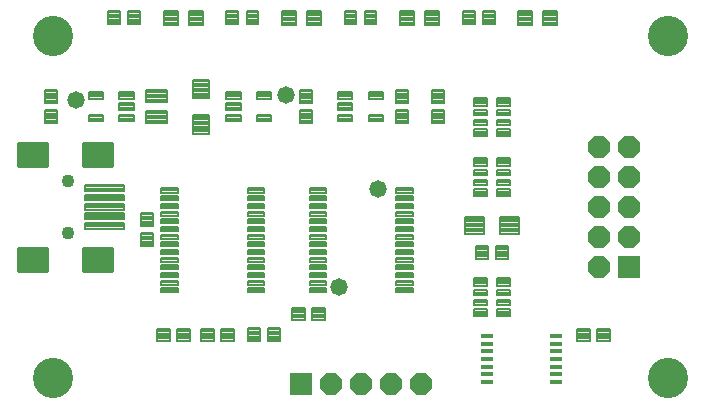
<source format=gts>
G75*
G70*
%OFA0B0*%
%FSLAX24Y24*%
%IPPOS*%
%LPD*%
%AMOC8*
5,1,8,0,0,1.08239X$1,22.5*
%
%ADD10C,0.0081*%
%ADD11C,0.0083*%
%ADD12C,0.0082*%
%ADD13C,0.0082*%
%ADD14R,0.0394X0.0177*%
%ADD15C,0.0087*%
%ADD16C,0.0080*%
%ADD17C,0.0434*%
%ADD18C,0.0081*%
%ADD19C,0.0082*%
%ADD20R,0.0720X0.0720*%
%ADD21OC8,0.0720*%
%ADD22C,0.0080*%
%ADD23C,0.1340*%
%ADD24C,0.0580*%
D10*
X009431Y007830D02*
X009863Y007830D01*
X009863Y007436D01*
X009431Y007436D01*
X009431Y007830D01*
X009431Y007516D02*
X009863Y007516D01*
X009863Y007596D02*
X009431Y007596D01*
X009431Y007676D02*
X009863Y007676D01*
X009863Y007756D02*
X009431Y007756D01*
X010101Y007830D02*
X010533Y007830D01*
X010533Y007436D01*
X010101Y007436D01*
X010101Y007830D01*
X010101Y007516D02*
X010533Y007516D01*
X010533Y007596D02*
X010101Y007596D01*
X010101Y007676D02*
X010533Y007676D01*
X010533Y007756D02*
X010101Y007756D01*
X010881Y007830D02*
X011313Y007830D01*
X011313Y007436D01*
X010881Y007436D01*
X010881Y007830D01*
X010881Y007516D02*
X011313Y007516D01*
X011313Y007596D02*
X010881Y007596D01*
X010881Y007676D02*
X011313Y007676D01*
X011313Y007756D02*
X010881Y007756D01*
X011551Y007830D02*
X011983Y007830D01*
X011983Y007436D01*
X011551Y007436D01*
X011551Y007830D01*
X011551Y007516D02*
X011983Y007516D01*
X011983Y007596D02*
X011551Y007596D01*
X011551Y007676D02*
X011983Y007676D01*
X011983Y007756D02*
X011551Y007756D01*
X012450Y007849D02*
X012844Y007849D01*
X012844Y007417D01*
X012450Y007417D01*
X012450Y007849D01*
X012450Y007497D02*
X012844Y007497D01*
X012844Y007577D02*
X012450Y007577D01*
X012450Y007657D02*
X012844Y007657D01*
X012844Y007737D02*
X012450Y007737D01*
X012450Y007817D02*
X012844Y007817D01*
X013120Y007849D02*
X013514Y007849D01*
X013514Y007417D01*
X013120Y007417D01*
X013120Y007849D01*
X013120Y007497D02*
X013514Y007497D01*
X013514Y007577D02*
X013120Y007577D01*
X013120Y007657D02*
X013514Y007657D01*
X013514Y007737D02*
X013120Y007737D01*
X013120Y007817D02*
X013514Y007817D01*
X013931Y008538D02*
X014363Y008538D01*
X014363Y008144D01*
X013931Y008144D01*
X013931Y008538D01*
X013931Y008224D02*
X014363Y008224D01*
X014363Y008304D02*
X013931Y008304D01*
X013931Y008384D02*
X014363Y008384D01*
X014363Y008464D02*
X013931Y008464D01*
X014601Y008538D02*
X015033Y008538D01*
X015033Y008144D01*
X014601Y008144D01*
X014601Y008538D01*
X014601Y008224D02*
X015033Y008224D01*
X015033Y008304D02*
X014601Y008304D01*
X014601Y008384D02*
X015033Y008384D01*
X015033Y008464D02*
X014601Y008464D01*
X008885Y010582D02*
X008885Y011014D01*
X009279Y011014D01*
X009279Y010582D01*
X008885Y010582D01*
X008885Y010662D02*
X009279Y010662D01*
X009279Y010742D02*
X008885Y010742D01*
X008885Y010822D02*
X009279Y010822D01*
X009279Y010902D02*
X008885Y010902D01*
X008885Y010982D02*
X009279Y010982D01*
X008885Y011251D02*
X008885Y011683D01*
X009279Y011683D01*
X009279Y011251D01*
X008885Y011251D01*
X008885Y011331D02*
X009279Y011331D01*
X009279Y011411D02*
X008885Y011411D01*
X008885Y011491D02*
X009279Y011491D01*
X009279Y011571D02*
X008885Y011571D01*
X008885Y011651D02*
X009279Y011651D01*
X005697Y014690D02*
X005697Y015122D01*
X006091Y015122D01*
X006091Y014690D01*
X005697Y014690D01*
X005697Y014770D02*
X006091Y014770D01*
X006091Y014850D02*
X005697Y014850D01*
X005697Y014930D02*
X006091Y014930D01*
X006091Y015010D02*
X005697Y015010D01*
X005697Y015090D02*
X006091Y015090D01*
X005697Y015360D02*
X005697Y015792D01*
X006091Y015792D01*
X006091Y015360D01*
X005697Y015360D01*
X005697Y015440D02*
X006091Y015440D01*
X006091Y015520D02*
X005697Y015520D01*
X005697Y015600D02*
X006091Y015600D01*
X006091Y015680D02*
X005697Y015680D01*
X005697Y015760D02*
X006091Y015760D01*
X007800Y018415D02*
X008194Y018415D01*
X008194Y017983D01*
X007800Y017983D01*
X007800Y018415D01*
X007800Y018063D02*
X008194Y018063D01*
X008194Y018143D02*
X007800Y018143D01*
X007800Y018223D02*
X008194Y018223D01*
X008194Y018303D02*
X007800Y018303D01*
X007800Y018383D02*
X008194Y018383D01*
X008469Y018415D02*
X008863Y018415D01*
X008863Y017983D01*
X008469Y017983D01*
X008469Y018415D01*
X008469Y018063D02*
X008863Y018063D01*
X008863Y018143D02*
X008469Y018143D01*
X008469Y018223D02*
X008863Y018223D01*
X008863Y018303D02*
X008469Y018303D01*
X008469Y018383D02*
X008863Y018383D01*
X011737Y018415D02*
X012131Y018415D01*
X012131Y017983D01*
X011737Y017983D01*
X011737Y018415D01*
X011737Y018063D02*
X012131Y018063D01*
X012131Y018143D02*
X011737Y018143D01*
X011737Y018223D02*
X012131Y018223D01*
X012131Y018303D02*
X011737Y018303D01*
X011737Y018383D02*
X012131Y018383D01*
X012406Y018415D02*
X012800Y018415D01*
X012800Y017983D01*
X012406Y017983D01*
X012406Y018415D01*
X012406Y018063D02*
X012800Y018063D01*
X012800Y018143D02*
X012406Y018143D01*
X012406Y018223D02*
X012800Y018223D01*
X012800Y018303D02*
X012406Y018303D01*
X012406Y018383D02*
X012800Y018383D01*
X015674Y018415D02*
X016068Y018415D01*
X016068Y017983D01*
X015674Y017983D01*
X015674Y018415D01*
X015674Y018063D02*
X016068Y018063D01*
X016068Y018143D02*
X015674Y018143D01*
X015674Y018223D02*
X016068Y018223D01*
X016068Y018303D02*
X015674Y018303D01*
X015674Y018383D02*
X016068Y018383D01*
X016343Y018415D02*
X016737Y018415D01*
X016737Y017983D01*
X016343Y017983D01*
X016343Y018415D01*
X016343Y018063D02*
X016737Y018063D01*
X016737Y018143D02*
X016343Y018143D01*
X016343Y018223D02*
X016737Y018223D01*
X016737Y018303D02*
X016343Y018303D01*
X016343Y018383D02*
X016737Y018383D01*
X019611Y018415D02*
X020005Y018415D01*
X020005Y017983D01*
X019611Y017983D01*
X019611Y018415D01*
X019611Y018063D02*
X020005Y018063D01*
X020005Y018143D02*
X019611Y018143D01*
X019611Y018223D02*
X020005Y018223D01*
X020005Y018303D02*
X019611Y018303D01*
X019611Y018383D02*
X020005Y018383D01*
X020280Y018415D02*
X020674Y018415D01*
X020674Y017983D01*
X020280Y017983D01*
X020280Y018415D01*
X020280Y018063D02*
X020674Y018063D01*
X020674Y018143D02*
X020280Y018143D01*
X020280Y018223D02*
X020674Y018223D01*
X020674Y018303D02*
X020280Y018303D01*
X020280Y018383D02*
X020674Y018383D01*
X018979Y015792D02*
X018979Y015360D01*
X018585Y015360D01*
X018585Y015792D01*
X018979Y015792D01*
X018979Y015440D02*
X018585Y015440D01*
X018585Y015520D02*
X018979Y015520D01*
X018979Y015600D02*
X018585Y015600D01*
X018585Y015680D02*
X018979Y015680D01*
X018979Y015760D02*
X018585Y015760D01*
X017385Y015792D02*
X017385Y015360D01*
X017385Y015792D02*
X017779Y015792D01*
X017779Y015360D01*
X017385Y015360D01*
X017385Y015440D02*
X017779Y015440D01*
X017779Y015520D02*
X017385Y015520D01*
X017385Y015600D02*
X017779Y015600D01*
X017779Y015680D02*
X017385Y015680D01*
X017385Y015760D02*
X017779Y015760D01*
X017385Y015122D02*
X017385Y014690D01*
X017385Y015122D02*
X017779Y015122D01*
X017779Y014690D01*
X017385Y014690D01*
X017385Y014770D02*
X017779Y014770D01*
X017779Y014850D02*
X017385Y014850D01*
X017385Y014930D02*
X017779Y014930D01*
X017779Y015010D02*
X017385Y015010D01*
X017385Y015090D02*
X017779Y015090D01*
X018979Y015122D02*
X018979Y014690D01*
X018585Y014690D01*
X018585Y015122D01*
X018979Y015122D01*
X018979Y014770D02*
X018585Y014770D01*
X018585Y014850D02*
X018979Y014850D01*
X018979Y014930D02*
X018585Y014930D01*
X018585Y015010D02*
X018979Y015010D01*
X018979Y015090D02*
X018585Y015090D01*
X014197Y015122D02*
X014197Y014690D01*
X014197Y015122D02*
X014591Y015122D01*
X014591Y014690D01*
X014197Y014690D01*
X014197Y014770D02*
X014591Y014770D01*
X014591Y014850D02*
X014197Y014850D01*
X014197Y014930D02*
X014591Y014930D01*
X014591Y015010D02*
X014197Y015010D01*
X014197Y015090D02*
X014591Y015090D01*
X014197Y015360D02*
X014197Y015792D01*
X014591Y015792D01*
X014591Y015360D01*
X014197Y015360D01*
X014197Y015440D02*
X014591Y015440D01*
X014591Y015520D02*
X014197Y015520D01*
X014197Y015600D02*
X014591Y015600D01*
X014591Y015680D02*
X014197Y015680D01*
X014197Y015760D02*
X014591Y015760D01*
X020050Y010599D02*
X020444Y010599D01*
X020444Y010167D01*
X020050Y010167D01*
X020050Y010599D01*
X020050Y010247D02*
X020444Y010247D01*
X020444Y010327D02*
X020050Y010327D01*
X020050Y010407D02*
X020444Y010407D01*
X020444Y010487D02*
X020050Y010487D01*
X020050Y010567D02*
X020444Y010567D01*
X020720Y010599D02*
X021114Y010599D01*
X021114Y010167D01*
X020720Y010167D01*
X020720Y010599D01*
X020720Y010247D02*
X021114Y010247D01*
X021114Y010327D02*
X020720Y010327D01*
X020720Y010407D02*
X021114Y010407D01*
X021114Y010487D02*
X020720Y010487D01*
X020720Y010567D02*
X021114Y010567D01*
X023431Y007436D02*
X023863Y007436D01*
X023431Y007436D02*
X023431Y007830D01*
X023863Y007830D01*
X023863Y007436D01*
X023863Y007516D02*
X023431Y007516D01*
X023431Y007596D02*
X023863Y007596D01*
X023863Y007676D02*
X023431Y007676D01*
X023431Y007756D02*
X023863Y007756D01*
X024101Y007436D02*
X024533Y007436D01*
X024101Y007436D02*
X024101Y007830D01*
X024533Y007830D01*
X024533Y007436D01*
X024533Y007516D02*
X024101Y007516D01*
X024101Y007596D02*
X024533Y007596D01*
X024533Y007676D02*
X024101Y007676D01*
X024101Y007756D02*
X024533Y007756D01*
D11*
X022289Y017964D02*
X022289Y018434D01*
X022759Y018434D01*
X022759Y017964D01*
X022289Y017964D01*
X022289Y018046D02*
X022759Y018046D01*
X022759Y018128D02*
X022289Y018128D01*
X022289Y018210D02*
X022759Y018210D01*
X022759Y018292D02*
X022289Y018292D01*
X022289Y018374D02*
X022759Y018374D01*
X021462Y018434D02*
X021462Y017964D01*
X021462Y018434D02*
X021932Y018434D01*
X021932Y017964D01*
X021462Y017964D01*
X021462Y018046D02*
X021932Y018046D01*
X021932Y018128D02*
X021462Y018128D01*
X021462Y018210D02*
X021932Y018210D01*
X021932Y018292D02*
X021462Y018292D01*
X021462Y018374D02*
X021932Y018374D01*
X018352Y018434D02*
X018352Y017964D01*
X018352Y018434D02*
X018822Y018434D01*
X018822Y017964D01*
X018352Y017964D01*
X018352Y018046D02*
X018822Y018046D01*
X018822Y018128D02*
X018352Y018128D01*
X018352Y018210D02*
X018822Y018210D01*
X018822Y018292D02*
X018352Y018292D01*
X018352Y018374D02*
X018822Y018374D01*
X017525Y018434D02*
X017525Y017964D01*
X017525Y018434D02*
X017995Y018434D01*
X017995Y017964D01*
X017525Y017964D01*
X017525Y018046D02*
X017995Y018046D01*
X017995Y018128D02*
X017525Y018128D01*
X017525Y018210D02*
X017995Y018210D01*
X017995Y018292D02*
X017525Y018292D01*
X017525Y018374D02*
X017995Y018374D01*
X014415Y018434D02*
X014415Y017964D01*
X014415Y018434D02*
X014885Y018434D01*
X014885Y017964D01*
X014415Y017964D01*
X014415Y018046D02*
X014885Y018046D01*
X014885Y018128D02*
X014415Y018128D01*
X014415Y018210D02*
X014885Y018210D01*
X014885Y018292D02*
X014415Y018292D01*
X014415Y018374D02*
X014885Y018374D01*
X013588Y018434D02*
X013588Y017964D01*
X013588Y018434D02*
X014058Y018434D01*
X014058Y017964D01*
X013588Y017964D01*
X013588Y018046D02*
X014058Y018046D01*
X014058Y018128D02*
X013588Y018128D01*
X013588Y018210D02*
X014058Y018210D01*
X014058Y018292D02*
X013588Y018292D01*
X013588Y018374D02*
X014058Y018374D01*
X010478Y018434D02*
X010478Y017964D01*
X010478Y018434D02*
X010948Y018434D01*
X010948Y017964D01*
X010478Y017964D01*
X010478Y018046D02*
X010948Y018046D01*
X010948Y018128D02*
X010478Y018128D01*
X010478Y018210D02*
X010948Y018210D01*
X010948Y018292D02*
X010478Y018292D01*
X010478Y018374D02*
X010948Y018374D01*
X009651Y018434D02*
X009651Y017964D01*
X009651Y018434D02*
X010121Y018434D01*
X010121Y017964D01*
X009651Y017964D01*
X009651Y018046D02*
X010121Y018046D01*
X010121Y018128D02*
X009651Y018128D01*
X009651Y018210D02*
X010121Y018210D01*
X010121Y018292D02*
X009651Y018292D01*
X009651Y018374D02*
X010121Y018374D01*
D12*
X010620Y016146D02*
X010620Y015518D01*
X010620Y016146D02*
X011168Y016146D01*
X011168Y015518D01*
X010620Y015518D01*
X010620Y015599D02*
X011168Y015599D01*
X011168Y015680D02*
X010620Y015680D01*
X010620Y015761D02*
X011168Y015761D01*
X011168Y015842D02*
X010620Y015842D01*
X010620Y015923D02*
X011168Y015923D01*
X011168Y016004D02*
X010620Y016004D01*
X010620Y016085D02*
X011168Y016085D01*
X011168Y014965D02*
X011168Y014337D01*
X010620Y014337D01*
X010620Y014965D01*
X011168Y014965D01*
X011168Y014418D02*
X010620Y014418D01*
X010620Y014499D02*
X011168Y014499D01*
X011168Y014580D02*
X010620Y014580D01*
X010620Y014661D02*
X011168Y014661D01*
X011168Y014742D02*
X010620Y014742D01*
X010620Y014823D02*
X011168Y014823D01*
X011168Y014904D02*
X010620Y014904D01*
X019678Y011009D02*
X020306Y011009D01*
X019678Y011009D02*
X019678Y011557D01*
X020306Y011557D01*
X020306Y011009D01*
X020306Y011090D02*
X019678Y011090D01*
X019678Y011171D02*
X020306Y011171D01*
X020306Y011252D02*
X019678Y011252D01*
X019678Y011333D02*
X020306Y011333D01*
X020306Y011414D02*
X019678Y011414D01*
X019678Y011495D02*
X020306Y011495D01*
X020859Y011557D02*
X021487Y011557D01*
X021487Y011009D01*
X020859Y011009D01*
X020859Y011557D01*
X020859Y011090D02*
X021487Y011090D01*
X021487Y011171D02*
X020859Y011171D01*
X020859Y011252D02*
X021487Y011252D01*
X021487Y011333D02*
X020859Y011333D01*
X020859Y011414D02*
X021487Y011414D01*
X021487Y011495D02*
X020859Y011495D01*
D13*
X009743Y014691D02*
X009045Y014691D01*
X009045Y015091D01*
X009743Y015091D01*
X009743Y014691D01*
X009743Y014772D02*
X009045Y014772D01*
X009045Y014853D02*
X009743Y014853D01*
X009743Y014934D02*
X009045Y014934D01*
X009045Y015015D02*
X009743Y015015D01*
X009743Y015391D02*
X009045Y015391D01*
X009045Y015791D01*
X009743Y015791D01*
X009743Y015391D01*
X009743Y015472D02*
X009045Y015472D01*
X009045Y015553D02*
X009743Y015553D01*
X009743Y015634D02*
X009045Y015634D01*
X009045Y015715D02*
X009743Y015715D01*
D14*
X020431Y007600D03*
X020431Y007344D03*
X020431Y007089D03*
X020431Y006833D03*
X020431Y006577D03*
X020431Y006321D03*
X020431Y006065D03*
X022734Y006065D03*
X022734Y006321D03*
X022734Y006577D03*
X022734Y006833D03*
X022734Y007089D03*
X022734Y007344D03*
X022734Y007600D03*
D15*
X006957Y009758D02*
X006957Y010538D01*
X007935Y010538D01*
X007935Y009758D01*
X006957Y009758D01*
X006957Y009844D02*
X007935Y009844D01*
X007935Y009930D02*
X006957Y009930D01*
X006957Y010016D02*
X007935Y010016D01*
X007935Y010102D02*
X006957Y010102D01*
X006957Y010188D02*
X007935Y010188D01*
X007935Y010274D02*
X006957Y010274D01*
X006957Y010360D02*
X007935Y010360D01*
X007935Y010446D02*
X006957Y010446D01*
X006957Y010532D02*
X007935Y010532D01*
X004791Y010538D02*
X004791Y009758D01*
X004791Y010538D02*
X005769Y010538D01*
X005769Y009758D01*
X004791Y009758D01*
X004791Y009844D02*
X005769Y009844D01*
X005769Y009930D02*
X004791Y009930D01*
X004791Y010016D02*
X005769Y010016D01*
X005769Y010102D02*
X004791Y010102D01*
X004791Y010188D02*
X005769Y010188D01*
X005769Y010274D02*
X004791Y010274D01*
X004791Y010360D02*
X005769Y010360D01*
X005769Y010446D02*
X004791Y010446D01*
X004791Y010532D02*
X005769Y010532D01*
X004791Y013261D02*
X004791Y014041D01*
X005769Y014041D01*
X005769Y013261D01*
X004791Y013261D01*
X004791Y013347D02*
X005769Y013347D01*
X005769Y013433D02*
X004791Y013433D01*
X004791Y013519D02*
X005769Y013519D01*
X005769Y013605D02*
X004791Y013605D01*
X004791Y013691D02*
X005769Y013691D01*
X005769Y013777D02*
X004791Y013777D01*
X004791Y013863D02*
X005769Y013863D01*
X005769Y013949D02*
X004791Y013949D01*
X004791Y014035D02*
X005769Y014035D01*
X006957Y014041D02*
X006957Y013261D01*
X006957Y014041D02*
X007935Y014041D01*
X007935Y013261D01*
X006957Y013261D01*
X006957Y013347D02*
X007935Y013347D01*
X007935Y013433D02*
X006957Y013433D01*
X006957Y013519D02*
X007935Y013519D01*
X007935Y013605D02*
X006957Y013605D01*
X006957Y013691D02*
X007935Y013691D01*
X007935Y013777D02*
X006957Y013777D01*
X006957Y013863D02*
X007935Y013863D01*
X007935Y013949D02*
X006957Y013949D01*
X006957Y014035D02*
X007935Y014035D01*
D16*
X007033Y012627D02*
X007033Y012431D01*
X007033Y012627D02*
X008331Y012627D01*
X008331Y012431D01*
X007033Y012431D01*
X007033Y012510D02*
X008331Y012510D01*
X008331Y012589D02*
X007033Y012589D01*
X007033Y012312D02*
X007033Y012116D01*
X007033Y012312D02*
X008331Y012312D01*
X008331Y012116D01*
X007033Y012116D01*
X007033Y012195D02*
X008331Y012195D01*
X008331Y012274D02*
X007033Y012274D01*
X007033Y011998D02*
X007033Y011802D01*
X007033Y011998D02*
X008331Y011998D01*
X008331Y011802D01*
X007033Y011802D01*
X007033Y011881D02*
X008331Y011881D01*
X008331Y011960D02*
X007033Y011960D01*
X007033Y011683D02*
X007033Y011487D01*
X007033Y011683D02*
X008331Y011683D01*
X008331Y011487D01*
X007033Y011487D01*
X007033Y011566D02*
X008331Y011566D01*
X008331Y011645D02*
X007033Y011645D01*
X007033Y011368D02*
X007033Y011172D01*
X007033Y011368D02*
X008331Y011368D01*
X008331Y011172D01*
X007033Y011172D01*
X007033Y011251D02*
X008331Y011251D01*
X008331Y011330D02*
X007033Y011330D01*
X010118Y011354D02*
X010118Y011490D01*
X010118Y011354D02*
X009568Y011354D01*
X009568Y011490D01*
X010118Y011490D01*
X010118Y011433D02*
X009568Y011433D01*
X010118Y011610D02*
X010118Y011746D01*
X010118Y011610D02*
X009568Y011610D01*
X009568Y011746D01*
X010118Y011746D01*
X010118Y011689D02*
X009568Y011689D01*
X010118Y011866D02*
X010118Y012002D01*
X010118Y011866D02*
X009568Y011866D01*
X009568Y012002D01*
X010118Y012002D01*
X010118Y011945D02*
X009568Y011945D01*
X010118Y012122D02*
X010118Y012258D01*
X010118Y012122D02*
X009568Y012122D01*
X009568Y012258D01*
X010118Y012258D01*
X010118Y012201D02*
X009568Y012201D01*
X010118Y012378D02*
X010118Y012514D01*
X010118Y012378D02*
X009568Y012378D01*
X009568Y012514D01*
X010118Y012514D01*
X010118Y012457D02*
X009568Y012457D01*
X010118Y011234D02*
X010118Y011098D01*
X009568Y011098D01*
X009568Y011234D01*
X010118Y011234D01*
X010118Y011177D02*
X009568Y011177D01*
X010118Y010979D02*
X010118Y010843D01*
X009568Y010843D01*
X009568Y010979D01*
X010118Y010979D01*
X010118Y010922D02*
X009568Y010922D01*
X010118Y010723D02*
X010118Y010587D01*
X009568Y010587D01*
X009568Y010723D01*
X010118Y010723D01*
X010118Y010666D02*
X009568Y010666D01*
X010118Y010467D02*
X010118Y010331D01*
X009568Y010331D01*
X009568Y010467D01*
X010118Y010467D01*
X010118Y010410D02*
X009568Y010410D01*
X010118Y010211D02*
X010118Y010075D01*
X009568Y010075D01*
X009568Y010211D01*
X010118Y010211D01*
X010118Y010154D02*
X009568Y010154D01*
X010118Y009955D02*
X010118Y009819D01*
X009568Y009819D01*
X009568Y009955D01*
X010118Y009955D01*
X010118Y009898D02*
X009568Y009898D01*
X010118Y009699D02*
X010118Y009563D01*
X009568Y009563D01*
X009568Y009699D01*
X010118Y009699D01*
X010118Y009642D02*
X009568Y009642D01*
X010118Y009443D02*
X010118Y009307D01*
X009568Y009307D01*
X009568Y009443D01*
X010118Y009443D01*
X010118Y009386D02*
X009568Y009386D01*
X010118Y009187D02*
X010118Y009051D01*
X009568Y009051D01*
X009568Y009187D01*
X010118Y009187D01*
X010118Y009130D02*
X009568Y009130D01*
X012996Y009187D02*
X012996Y009051D01*
X012446Y009051D01*
X012446Y009187D01*
X012996Y009187D01*
X012996Y009130D02*
X012446Y009130D01*
X012996Y009307D02*
X012996Y009443D01*
X012996Y009307D02*
X012446Y009307D01*
X012446Y009443D01*
X012996Y009443D01*
X012996Y009386D02*
X012446Y009386D01*
X012996Y009563D02*
X012996Y009699D01*
X012996Y009563D02*
X012446Y009563D01*
X012446Y009699D01*
X012996Y009699D01*
X012996Y009642D02*
X012446Y009642D01*
X012996Y009819D02*
X012996Y009955D01*
X012996Y009819D02*
X012446Y009819D01*
X012446Y009955D01*
X012996Y009955D01*
X012996Y009898D02*
X012446Y009898D01*
X012996Y010075D02*
X012996Y010211D01*
X012996Y010075D02*
X012446Y010075D01*
X012446Y010211D01*
X012996Y010211D01*
X012996Y010154D02*
X012446Y010154D01*
X012996Y010331D02*
X012996Y010467D01*
X012996Y010331D02*
X012446Y010331D01*
X012446Y010467D01*
X012996Y010467D01*
X012996Y010410D02*
X012446Y010410D01*
X012996Y010587D02*
X012996Y010723D01*
X012996Y010587D02*
X012446Y010587D01*
X012446Y010723D01*
X012996Y010723D01*
X012996Y010666D02*
X012446Y010666D01*
X012996Y010843D02*
X012996Y010979D01*
X012996Y010843D02*
X012446Y010843D01*
X012446Y010979D01*
X012996Y010979D01*
X012996Y010922D02*
X012446Y010922D01*
X012996Y011098D02*
X012996Y011234D01*
X012996Y011098D02*
X012446Y011098D01*
X012446Y011234D01*
X012996Y011234D01*
X012996Y011177D02*
X012446Y011177D01*
X012996Y011354D02*
X012996Y011490D01*
X012996Y011354D02*
X012446Y011354D01*
X012446Y011490D01*
X012996Y011490D01*
X012996Y011433D02*
X012446Y011433D01*
X012996Y011610D02*
X012996Y011746D01*
X012996Y011610D02*
X012446Y011610D01*
X012446Y011746D01*
X012996Y011746D01*
X012996Y011689D02*
X012446Y011689D01*
X012996Y011866D02*
X012996Y012002D01*
X012996Y011866D02*
X012446Y011866D01*
X012446Y012002D01*
X012996Y012002D01*
X012996Y011945D02*
X012446Y011945D01*
X012996Y012122D02*
X012996Y012258D01*
X012996Y012122D02*
X012446Y012122D01*
X012446Y012258D01*
X012996Y012258D01*
X012996Y012201D02*
X012446Y012201D01*
X012996Y012378D02*
X012996Y012514D01*
X012996Y012378D02*
X012446Y012378D01*
X012446Y012514D01*
X012996Y012514D01*
X012996Y012457D02*
X012446Y012457D01*
X014518Y012514D02*
X014518Y012378D01*
X014518Y012514D02*
X015068Y012514D01*
X015068Y012378D01*
X014518Y012378D01*
X014518Y012457D02*
X015068Y012457D01*
X014518Y012258D02*
X014518Y012122D01*
X014518Y012258D02*
X015068Y012258D01*
X015068Y012122D01*
X014518Y012122D01*
X014518Y012201D02*
X015068Y012201D01*
X014518Y012002D02*
X014518Y011866D01*
X014518Y012002D02*
X015068Y012002D01*
X015068Y011866D01*
X014518Y011866D01*
X014518Y011945D02*
X015068Y011945D01*
X014518Y011746D02*
X014518Y011610D01*
X014518Y011746D02*
X015068Y011746D01*
X015068Y011610D01*
X014518Y011610D01*
X014518Y011689D02*
X015068Y011689D01*
X014518Y011490D02*
X014518Y011354D01*
X014518Y011490D02*
X015068Y011490D01*
X015068Y011354D01*
X014518Y011354D01*
X014518Y011433D02*
X015068Y011433D01*
X014518Y011234D02*
X014518Y011098D01*
X014518Y011234D02*
X015068Y011234D01*
X015068Y011098D01*
X014518Y011098D01*
X014518Y011177D02*
X015068Y011177D01*
X014518Y010979D02*
X014518Y010843D01*
X014518Y010979D02*
X015068Y010979D01*
X015068Y010843D01*
X014518Y010843D01*
X014518Y010922D02*
X015068Y010922D01*
X014518Y010723D02*
X014518Y010587D01*
X014518Y010723D02*
X015068Y010723D01*
X015068Y010587D01*
X014518Y010587D01*
X014518Y010666D02*
X015068Y010666D01*
X014518Y010467D02*
X014518Y010331D01*
X014518Y010467D02*
X015068Y010467D01*
X015068Y010331D01*
X014518Y010331D01*
X014518Y010410D02*
X015068Y010410D01*
X014518Y010211D02*
X014518Y010075D01*
X014518Y010211D02*
X015068Y010211D01*
X015068Y010075D01*
X014518Y010075D01*
X014518Y010154D02*
X015068Y010154D01*
X014518Y009955D02*
X014518Y009819D01*
X014518Y009955D02*
X015068Y009955D01*
X015068Y009819D01*
X014518Y009819D01*
X014518Y009898D02*
X015068Y009898D01*
X014518Y009699D02*
X014518Y009563D01*
X014518Y009699D02*
X015068Y009699D01*
X015068Y009563D01*
X014518Y009563D01*
X014518Y009642D02*
X015068Y009642D01*
X014518Y009443D02*
X014518Y009307D01*
X014518Y009443D02*
X015068Y009443D01*
X015068Y009307D01*
X014518Y009307D01*
X014518Y009386D02*
X015068Y009386D01*
X014518Y009187D02*
X014518Y009051D01*
X014518Y009187D02*
X015068Y009187D01*
X015068Y009051D01*
X014518Y009051D01*
X014518Y009130D02*
X015068Y009130D01*
X017396Y009187D02*
X017396Y009051D01*
X017396Y009187D02*
X017946Y009187D01*
X017946Y009051D01*
X017396Y009051D01*
X017396Y009130D02*
X017946Y009130D01*
X017396Y009307D02*
X017396Y009443D01*
X017946Y009443D01*
X017946Y009307D01*
X017396Y009307D01*
X017396Y009386D02*
X017946Y009386D01*
X017396Y009563D02*
X017396Y009699D01*
X017946Y009699D01*
X017946Y009563D01*
X017396Y009563D01*
X017396Y009642D02*
X017946Y009642D01*
X017396Y009819D02*
X017396Y009955D01*
X017946Y009955D01*
X017946Y009819D01*
X017396Y009819D01*
X017396Y009898D02*
X017946Y009898D01*
X017396Y010075D02*
X017396Y010211D01*
X017946Y010211D01*
X017946Y010075D01*
X017396Y010075D01*
X017396Y010154D02*
X017946Y010154D01*
X017396Y010331D02*
X017396Y010467D01*
X017946Y010467D01*
X017946Y010331D01*
X017396Y010331D01*
X017396Y010410D02*
X017946Y010410D01*
X017396Y010587D02*
X017396Y010723D01*
X017946Y010723D01*
X017946Y010587D01*
X017396Y010587D01*
X017396Y010666D02*
X017946Y010666D01*
X017396Y010843D02*
X017396Y010979D01*
X017946Y010979D01*
X017946Y010843D01*
X017396Y010843D01*
X017396Y010922D02*
X017946Y010922D01*
X017396Y011098D02*
X017396Y011234D01*
X017946Y011234D01*
X017946Y011098D01*
X017396Y011098D01*
X017396Y011177D02*
X017946Y011177D01*
X017396Y011354D02*
X017396Y011490D01*
X017946Y011490D01*
X017946Y011354D01*
X017396Y011354D01*
X017396Y011433D02*
X017946Y011433D01*
X017396Y011610D02*
X017396Y011746D01*
X017946Y011746D01*
X017946Y011610D01*
X017396Y011610D01*
X017396Y011689D02*
X017946Y011689D01*
X017396Y011866D02*
X017396Y012002D01*
X017946Y012002D01*
X017946Y011866D01*
X017396Y011866D01*
X017396Y011945D02*
X017946Y011945D01*
X017396Y012122D02*
X017396Y012258D01*
X017946Y012258D01*
X017946Y012122D01*
X017396Y012122D01*
X017396Y012201D02*
X017946Y012201D01*
X017396Y012378D02*
X017396Y012514D01*
X017946Y012514D01*
X017946Y012378D01*
X017396Y012378D01*
X017396Y012457D02*
X017946Y012457D01*
D17*
X006461Y012766D03*
X006461Y011033D03*
D18*
X019972Y012639D02*
X019972Y012811D01*
X020424Y012811D01*
X020424Y012639D01*
X019972Y012639D01*
X019972Y012719D02*
X020424Y012719D01*
X020424Y012799D02*
X019972Y012799D01*
X019972Y012954D02*
X019972Y013126D01*
X020424Y013126D01*
X020424Y012954D01*
X019972Y012954D01*
X019972Y013034D02*
X020424Y013034D01*
X020424Y013114D02*
X019972Y013114D01*
X020740Y013126D02*
X020740Y012954D01*
X020740Y013126D02*
X021192Y013126D01*
X021192Y012954D01*
X020740Y012954D01*
X020740Y013034D02*
X021192Y013034D01*
X021192Y013114D02*
X020740Y013114D01*
X020740Y012811D02*
X020740Y012639D01*
X020740Y012811D02*
X021192Y012811D01*
X021192Y012639D01*
X020740Y012639D01*
X020740Y012719D02*
X021192Y012719D01*
X021192Y012799D02*
X020740Y012799D01*
X020740Y014639D02*
X020740Y014811D01*
X021192Y014811D01*
X021192Y014639D01*
X020740Y014639D01*
X020740Y014719D02*
X021192Y014719D01*
X021192Y014799D02*
X020740Y014799D01*
X020740Y014954D02*
X020740Y015126D01*
X021192Y015126D01*
X021192Y014954D01*
X020740Y014954D01*
X020740Y015034D02*
X021192Y015034D01*
X021192Y015114D02*
X020740Y015114D01*
X019972Y015126D02*
X019972Y014954D01*
X019972Y015126D02*
X020424Y015126D01*
X020424Y014954D01*
X019972Y014954D01*
X019972Y015034D02*
X020424Y015034D01*
X020424Y015114D02*
X019972Y015114D01*
X019972Y014811D02*
X019972Y014639D01*
X019972Y014811D02*
X020424Y014811D01*
X020424Y014639D01*
X019972Y014639D01*
X019972Y014719D02*
X020424Y014719D01*
X020424Y014799D02*
X019972Y014799D01*
X019972Y009126D02*
X019972Y008954D01*
X019972Y009126D02*
X020424Y009126D01*
X020424Y008954D01*
X019972Y008954D01*
X019972Y009034D02*
X020424Y009034D01*
X020424Y009114D02*
X019972Y009114D01*
X019972Y008811D02*
X019972Y008639D01*
X019972Y008811D02*
X020424Y008811D01*
X020424Y008639D01*
X019972Y008639D01*
X019972Y008719D02*
X020424Y008719D01*
X020424Y008799D02*
X019972Y008799D01*
X020740Y008811D02*
X020740Y008639D01*
X020740Y008811D02*
X021192Y008811D01*
X021192Y008639D01*
X020740Y008639D01*
X020740Y008719D02*
X021192Y008719D01*
X021192Y008799D02*
X020740Y008799D01*
X020740Y008954D02*
X020740Y009126D01*
X021192Y009126D01*
X021192Y008954D01*
X020740Y008954D01*
X020740Y009034D02*
X021192Y009034D01*
X021192Y009114D02*
X020740Y009114D01*
D19*
X020741Y009269D02*
X020741Y009515D01*
X021191Y009515D01*
X021191Y009269D01*
X020741Y009269D01*
X020741Y009350D02*
X021191Y009350D01*
X021191Y009431D02*
X020741Y009431D01*
X020741Y009512D02*
X021191Y009512D01*
X019973Y009515D02*
X019973Y009269D01*
X019973Y009515D02*
X020423Y009515D01*
X020423Y009269D01*
X019973Y009269D01*
X019973Y009350D02*
X020423Y009350D01*
X020423Y009431D02*
X019973Y009431D01*
X019973Y009512D02*
X020423Y009512D01*
X019973Y008496D02*
X019973Y008250D01*
X019973Y008496D02*
X020423Y008496D01*
X020423Y008250D01*
X019973Y008250D01*
X019973Y008331D02*
X020423Y008331D01*
X020423Y008412D02*
X019973Y008412D01*
X019973Y008493D02*
X020423Y008493D01*
X020741Y008496D02*
X020741Y008250D01*
X020741Y008496D02*
X021191Y008496D01*
X021191Y008250D01*
X020741Y008250D01*
X020741Y008331D02*
X021191Y008331D01*
X021191Y008412D02*
X020741Y008412D01*
X020741Y008493D02*
X021191Y008493D01*
X020741Y012250D02*
X020741Y012496D01*
X021191Y012496D01*
X021191Y012250D01*
X020741Y012250D01*
X020741Y012331D02*
X021191Y012331D01*
X021191Y012412D02*
X020741Y012412D01*
X020741Y012493D02*
X021191Y012493D01*
X019973Y012496D02*
X019973Y012250D01*
X019973Y012496D02*
X020423Y012496D01*
X020423Y012250D01*
X019973Y012250D01*
X019973Y012331D02*
X020423Y012331D01*
X020423Y012412D02*
X019973Y012412D01*
X019973Y012493D02*
X020423Y012493D01*
X019973Y013269D02*
X019973Y013515D01*
X020423Y013515D01*
X020423Y013269D01*
X019973Y013269D01*
X019973Y013350D02*
X020423Y013350D01*
X020423Y013431D02*
X019973Y013431D01*
X019973Y013512D02*
X020423Y013512D01*
X020741Y013515D02*
X020741Y013269D01*
X020741Y013515D02*
X021191Y013515D01*
X021191Y013269D01*
X020741Y013269D01*
X020741Y013350D02*
X021191Y013350D01*
X021191Y013431D02*
X020741Y013431D01*
X020741Y013512D02*
X021191Y013512D01*
X020741Y014250D02*
X020741Y014496D01*
X021191Y014496D01*
X021191Y014250D01*
X020741Y014250D01*
X020741Y014331D02*
X021191Y014331D01*
X021191Y014412D02*
X020741Y014412D01*
X020741Y014493D02*
X021191Y014493D01*
X019973Y014496D02*
X019973Y014250D01*
X019973Y014496D02*
X020423Y014496D01*
X020423Y014250D01*
X019973Y014250D01*
X019973Y014331D02*
X020423Y014331D01*
X020423Y014412D02*
X019973Y014412D01*
X019973Y014493D02*
X020423Y014493D01*
X019973Y015269D02*
X019973Y015515D01*
X020423Y015515D01*
X020423Y015269D01*
X019973Y015269D01*
X019973Y015350D02*
X020423Y015350D01*
X020423Y015431D02*
X019973Y015431D01*
X019973Y015512D02*
X020423Y015512D01*
X020741Y015515D02*
X020741Y015269D01*
X020741Y015515D02*
X021191Y015515D01*
X021191Y015269D01*
X020741Y015269D01*
X020741Y015350D02*
X021191Y015350D01*
X021191Y015431D02*
X020741Y015431D01*
X020741Y015512D02*
X021191Y015512D01*
D20*
X025170Y009900D03*
X014205Y005994D03*
D21*
X015205Y005994D03*
X016205Y005994D03*
X017205Y005994D03*
X018205Y005994D03*
X024170Y009900D03*
X024170Y010900D03*
X025170Y010900D03*
X025170Y011900D03*
X024170Y011900D03*
X024170Y012900D03*
X025170Y012900D03*
X025170Y013900D03*
X024170Y013900D03*
D22*
X016481Y014759D02*
X016481Y014975D01*
X016953Y014975D01*
X016953Y014759D01*
X016481Y014759D01*
X016481Y014838D02*
X016953Y014838D01*
X016953Y014917D02*
X016481Y014917D01*
X015458Y014975D02*
X015458Y014759D01*
X015458Y014975D02*
X015930Y014975D01*
X015930Y014759D01*
X015458Y014759D01*
X015458Y014838D02*
X015930Y014838D01*
X015930Y014917D02*
X015458Y014917D01*
X015458Y015133D02*
X015458Y015349D01*
X015930Y015349D01*
X015930Y015133D01*
X015458Y015133D01*
X015458Y015212D02*
X015930Y015212D01*
X015930Y015291D02*
X015458Y015291D01*
X015458Y015507D02*
X015458Y015723D01*
X015930Y015723D01*
X015930Y015507D01*
X015458Y015507D01*
X015458Y015586D02*
X015930Y015586D01*
X015930Y015665D02*
X015458Y015665D01*
X016481Y015723D02*
X016481Y015507D01*
X016481Y015723D02*
X016953Y015723D01*
X016953Y015507D01*
X016481Y015507D01*
X016481Y015586D02*
X016953Y015586D01*
X016953Y015665D02*
X016481Y015665D01*
X012758Y015723D02*
X012758Y015507D01*
X012758Y015723D02*
X013230Y015723D01*
X013230Y015507D01*
X012758Y015507D01*
X012758Y015586D02*
X013230Y015586D01*
X013230Y015665D02*
X012758Y015665D01*
X011734Y015723D02*
X011734Y015507D01*
X011734Y015723D02*
X012206Y015723D01*
X012206Y015507D01*
X011734Y015507D01*
X011734Y015586D02*
X012206Y015586D01*
X012206Y015665D02*
X011734Y015665D01*
X011734Y015349D02*
X011734Y015133D01*
X011734Y015349D02*
X012206Y015349D01*
X012206Y015133D01*
X011734Y015133D01*
X011734Y015212D02*
X012206Y015212D01*
X012206Y015291D02*
X011734Y015291D01*
X011734Y014975D02*
X011734Y014759D01*
X011734Y014975D02*
X012206Y014975D01*
X012206Y014759D01*
X011734Y014759D01*
X011734Y014838D02*
X012206Y014838D01*
X012206Y014917D02*
X011734Y014917D01*
X012758Y014975D02*
X012758Y014759D01*
X012758Y014975D02*
X013230Y014975D01*
X013230Y014759D01*
X012758Y014759D01*
X012758Y014838D02*
X013230Y014838D01*
X013230Y014917D02*
X012758Y014917D01*
X008642Y014975D02*
X008642Y014759D01*
X008170Y014759D01*
X008170Y014975D01*
X008642Y014975D01*
X008642Y014838D02*
X008170Y014838D01*
X008170Y014917D02*
X008642Y014917D01*
X008642Y015133D02*
X008642Y015349D01*
X008642Y015133D02*
X008170Y015133D01*
X008170Y015349D01*
X008642Y015349D01*
X008642Y015212D02*
X008170Y015212D01*
X008170Y015291D02*
X008642Y015291D01*
X008642Y015507D02*
X008642Y015723D01*
X008642Y015507D02*
X008170Y015507D01*
X008170Y015723D01*
X008642Y015723D01*
X008642Y015586D02*
X008170Y015586D01*
X008170Y015665D02*
X008642Y015665D01*
X007619Y015723D02*
X007619Y015507D01*
X007147Y015507D01*
X007147Y015723D01*
X007619Y015723D01*
X007619Y015586D02*
X007147Y015586D01*
X007147Y015665D02*
X007619Y015665D01*
X007619Y014975D02*
X007619Y014759D01*
X007147Y014759D01*
X007147Y014975D01*
X007619Y014975D01*
X007619Y014838D02*
X007147Y014838D01*
X007147Y014917D02*
X007619Y014917D01*
D23*
X005969Y006191D03*
X026442Y006191D03*
X026442Y017608D03*
X005969Y017608D03*
D24*
X006732Y015458D03*
X013707Y015616D03*
X016782Y012483D03*
X015482Y009233D03*
M02*

</source>
